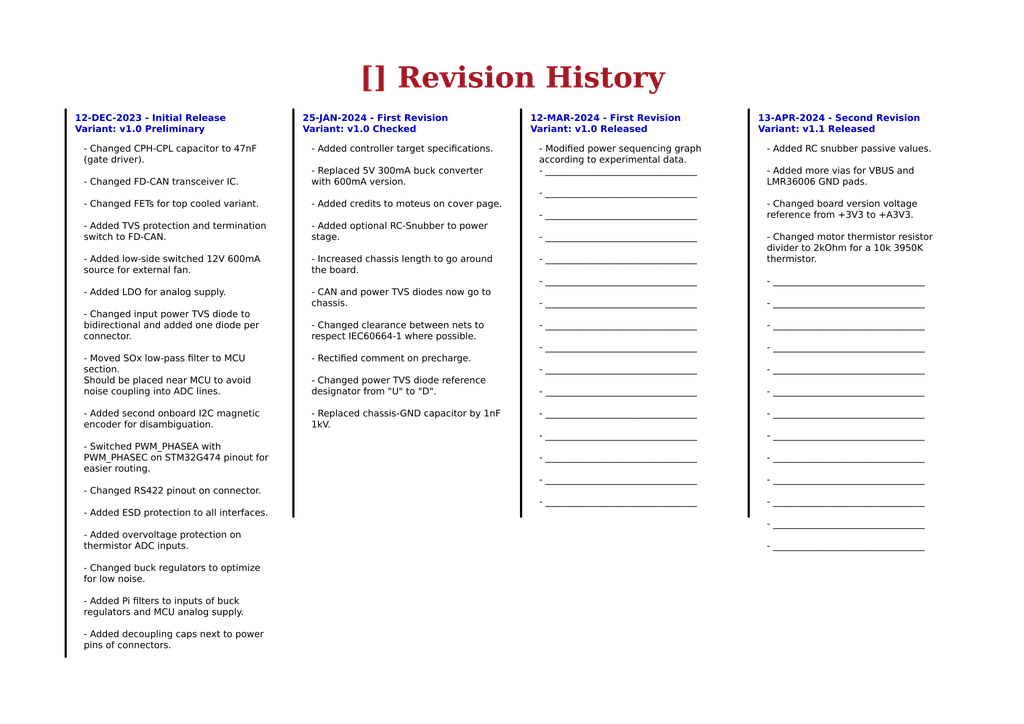
<source format=kicad_sch>
(kicad_sch (version 20231120) (generator "eeschema") (generator_version "8.0")
  (paper "A4")
  (title_block (title "Revision History") (date "2024-01-03") (rev "${REVISION}") (company "${COMPANY}"))
  (lib_symbols)
  (polyline (pts (xy 85.09 31.75) (xy 85.09 149.86)) (stroke (width 0.635) (color 0 0 0 1)))
  (polyline (pts (xy 151.13 31.75) (xy 151.13 149.86)) (stroke (width 0.635) (color 0 0 0 1)))
  (polyline (pts (xy 19.05 31.75) (xy 19.05 190.5)) (stroke (width 0.635) (color 0 0 0 1)))
  (polyline (pts (xy 217.17 31.75) (xy 217.17 149.86)) (stroke (width 0.635) (color 0 0 0 1)))
  (text_box "- Added RC snubber passive values.\n\n- Added more vias for VBUS and LMR36006 GND pads.\n\n- Changed board version voltage reference from +3V3 to +A3V3.\n\n- Changed motor thermistor resistor divider to 2kOhm for a 10k 3950K thermistor.\n\n- _________________________________\n\n- _________________________________\n\n- _________________________________\n\n- _________________________________\n\n- _________________________________\n\n- _________________________________\n\n- _________________________________\n\n- _________________________________\n\n- _________________________________\n\n- _________________________________\n\n- _________________________________\n\n- _________________________________\n\n- _________________________________" (at 220.98 40.64 0) (size 58.42 115.57) (stroke (width -0.0001)) (effects (font (size 1.905 1.905)) (justify left top)))
  (text_box "[${#}] ${TITLE}" (at 80.01 16.51 0) (size 137.16 12.7) (stroke (width -0.0001)) (effects (font (size 6 6) (thickness 1.2) (bold yes))))
  (text_box "- Changed CPH-CPL capacitor to 47nF (gate driver).\n\n- Changed FD-CAN transceiver IC.\n\n- Changed FETs for top cooled variant.\n\n- Added TVS protection and termination switch to FD-CAN.\n\n- Added low-side switched 12V 600mA source for external fan.\n\n- Added LDO for analog supply.\n\n- Changed input power TVS diode to bidirectional and added one diode per connector.\n\n- Moved SOx low-pass filter to MCU section. \nShould be placed near MCU to avoid noise coupling into ADC lines.\n\n- Added second onboard I2C magnetic encoder for disambiguation.\n\n- Switched PWM_PHASEA with PWM_PHASEC on STM32G474 pinout for easier routing.\n\n- Changed RS422 pinout on connector.\n\n- Added ESD protection to all interfaces.\n\n- Added overvoltage protection on thermistor ADC inputs.\n\n- Changed buck regulators to optimize for low noise.\n\n- Added Pi filters to inputs of buck regulators and MCU analog supply.\n\n- Added decoupling caps next to power pins of connectors." (at 22.86 40.64 0) (size 58.42 149.86) (stroke (width -0.0001)) (effects (font (size 1.905 1.905)) (justify left top)))
  (text_box "12-MAR-2024 - First Revision\nVariant: v1.0 Released" (at 152.4 31.75 0) (size 57.15 7.62) (stroke (width -0.0001)) (effects (font (size 1.905 1.905) (thickness 0.254) (bold yes)) (justify left top)))
  (text_box "- Modified power sequencing graph according to experimental data.\n- _________________________________\n\n- _________________________________\n\n- _________________________________\n\n- _________________________________\n\n- _________________________________\n\n- _________________________________\n\n- _________________________________\n\n- _________________________________\n\n- _________________________________\n\n- _________________________________\n\n- _________________________________\n\n- _________________________________\n\n- _________________________________\n\n- _________________________________\n\n- _________________________________\n\n- _________________________________" (at 154.94 40.64 0) (size 58.42 115.57) (stroke (width -0.0001)) (effects (font (size 1.905 1.905)) (justify left top)))
  (text_box "- Added controller target specifications.\n\n- Replaced 5V 300mA buck converter with 600mA version.\n\n- Added credits to moteus on cover page.\n\n- Added optional RC-Snubber to power stage.\n\n- Increased chassis length to go around the board.\n\n- CAN and power TVS diodes now go to chassis.\n\n- Changed clearance between nets to respect IEC60664-1 where possible.\n\n- Rectified comment on precharge.\n\n- Changed power TVS diode reference designator from \"U\" to \"D\".\n\n- Replaced chassis-GND capacitor by 1nF 1kV.\n" (at 88.9 40.64 0) (size 58.42 109.22) (stroke (width -0.0001)) (effects (font (size 1.905 1.905)) (justify left top)))
  (text_box "12-DEC-2023 - Initial Release\nVariant: v1.0 Preliminary" (at 20.32 31.75 0) (size 57.15 7.62) (stroke (width -0.0001)) (effects (font (size 1.905 1.905) (thickness 0.254) (bold yes)) (justify left top)))
  (text_box "25-JAN-2024 - First Revision\nVariant: v1.0 Checked" (at 86.36 31.75 0) (size 57.15 7.62) (stroke (width -0.0001)) (effects (font (size 1.905 1.905) (thickness 0.254) (bold yes)) (justify left top)))
  (text_box "13-APR-2024 - Second Revision\nVariant: v1.1 Released" (at 218.44 31.75 0) (size 57.15 7.62) (stroke (width -0.0001)) (effects (font (size 1.905 1.905) (thickness 0.254) (bold yes)) (justify left top)))
)
</source>
